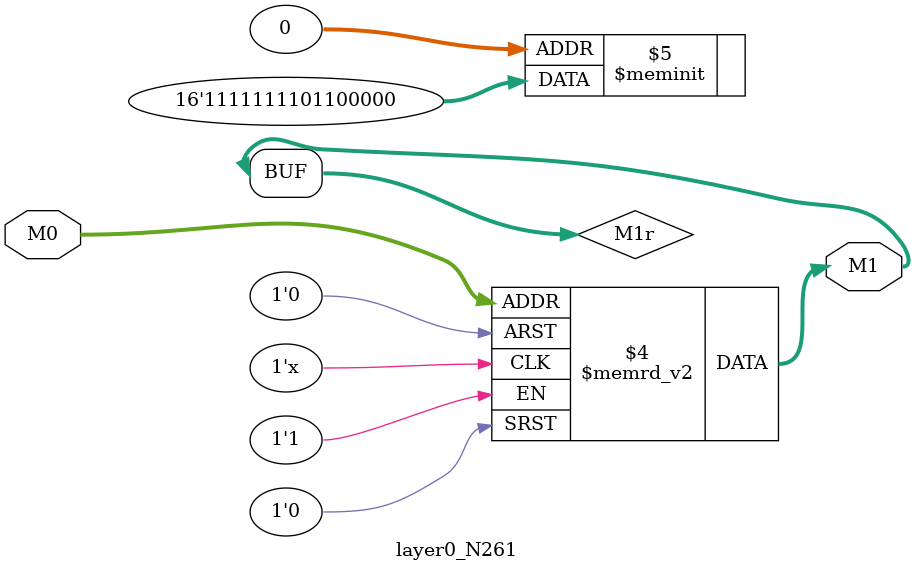
<source format=v>
module layer0_N261 ( input [2:0] M0, output [1:0] M1 );

	(*rom_style = "distributed" *) reg [1:0] M1r;
	assign M1 = M1r;
	always @ (M0) begin
		case (M0)
			3'b000: M1r = 2'b00;
			3'b100: M1r = 2'b11;
			3'b010: M1r = 2'b10;
			3'b110: M1r = 2'b11;
			3'b001: M1r = 2'b00;
			3'b101: M1r = 2'b11;
			3'b011: M1r = 2'b01;
			3'b111: M1r = 2'b11;

		endcase
	end
endmodule

</source>
